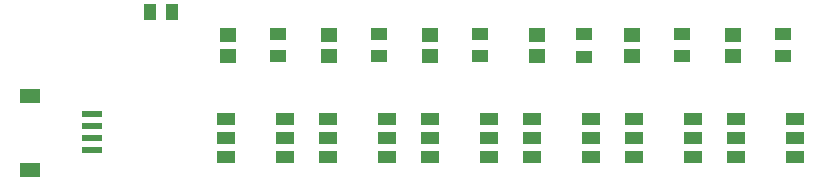
<source format=gtp>
G04*
G04 #@! TF.GenerationSoftware,Altium Limited,Altium Designer,20.0.14 (345)*
G04*
G04 Layer_Color=8421504*
%FSLAX25Y25*%
%MOIN*%
G70*
G01*
G75*
%ADD12R,0.03937X0.05709*%
%ADD13R,0.06693X0.02362*%
%ADD14R,0.07087X0.04724*%
%ADD15R,0.05709X0.03937*%
%ADD16R,0.05709X0.04528*%
%ADD17R,0.05906X0.03937*%
D12*
X46760Y59500D02*
D03*
X54240D02*
D03*
D13*
X27669Y25594D02*
D03*
Y21657D02*
D03*
Y17720D02*
D03*
Y13783D02*
D03*
D14*
X7000Y31500D02*
D03*
Y7091D02*
D03*
D15*
X89645Y44858D02*
D03*
Y52339D02*
D03*
X156987Y44858D02*
D03*
Y52339D02*
D03*
X123316Y44858D02*
D03*
Y52339D02*
D03*
X258000Y44858D02*
D03*
Y52339D02*
D03*
X224329Y44858D02*
D03*
Y52339D02*
D03*
X191500Y44760D02*
D03*
Y52240D02*
D03*
D16*
X73000Y44957D02*
D03*
Y52043D02*
D03*
X140342Y44957D02*
D03*
Y52043D02*
D03*
X106671Y44957D02*
D03*
Y52043D02*
D03*
X241355Y44957D02*
D03*
Y52043D02*
D03*
X207684Y44957D02*
D03*
Y52043D02*
D03*
X176000Y44957D02*
D03*
Y52043D02*
D03*
D17*
X159764Y11201D02*
D03*
Y17500D02*
D03*
Y23799D02*
D03*
X140236Y11201D02*
D03*
Y23799D02*
D03*
Y17500D02*
D03*
X125764Y11201D02*
D03*
Y17500D02*
D03*
Y23799D02*
D03*
X106236Y11201D02*
D03*
Y23799D02*
D03*
Y17500D02*
D03*
X91764Y11201D02*
D03*
Y17500D02*
D03*
Y23799D02*
D03*
X72236Y11201D02*
D03*
Y23799D02*
D03*
Y17500D02*
D03*
X261764Y11201D02*
D03*
Y17500D02*
D03*
Y23799D02*
D03*
X242236Y11201D02*
D03*
Y23799D02*
D03*
Y17500D02*
D03*
X227764Y11201D02*
D03*
Y17500D02*
D03*
Y23799D02*
D03*
X208236Y11201D02*
D03*
Y23799D02*
D03*
Y17500D02*
D03*
X193764Y11201D02*
D03*
Y17500D02*
D03*
Y23799D02*
D03*
X174236Y11201D02*
D03*
Y23799D02*
D03*
Y17500D02*
D03*
M02*

</source>
